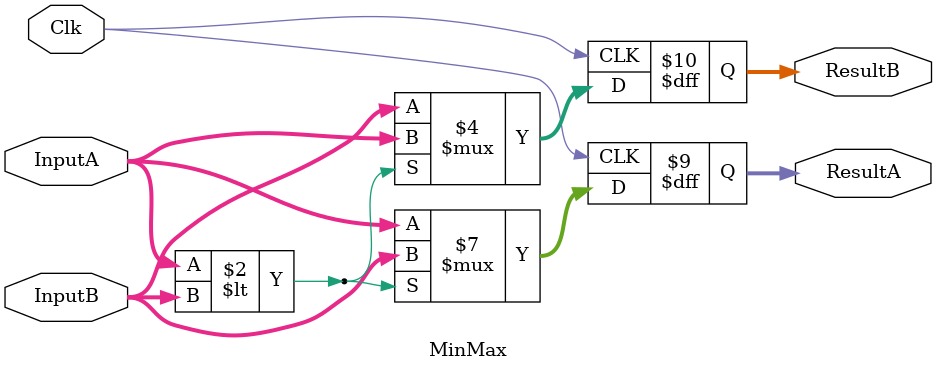
<source format=v>
`timescale 1ns / 1ps
`ifndef LIB_STYCZYNSKI_MIN_MAX_V
`define LIB_STYCZYNSKI_MIN_MAX_V

/*
 * Piotr Styczyński @styczynski
 * Verilog Components Library
 *
 * Min-max arithmetic module
 * 
 *
 * MIT License
 */
module MinMax
#(
	parameter INPUT_BIT_WIDTH = 8
)
(
    input Clk,
    input signed [INPUT_BIT_WIDTH-1:0] InputA,
	input signed [INPUT_BIT_WIDTH-1:0] InputB,
	output reg [INPUT_BIT_WIDTH-1:0] ResultA,
    output reg [INPUT_BIT_WIDTH-1:0] ResultB
);

    always @(posedge Clk)
	begin
		if(InputA < InputB)
            begin
                ResultA <= InputB;
                ResultB <= InputA;
            end
        else
            begin
                ResultA <= InputA;
                ResultB <= InputB;
            end
	end

endmodule

`endif
</source>
